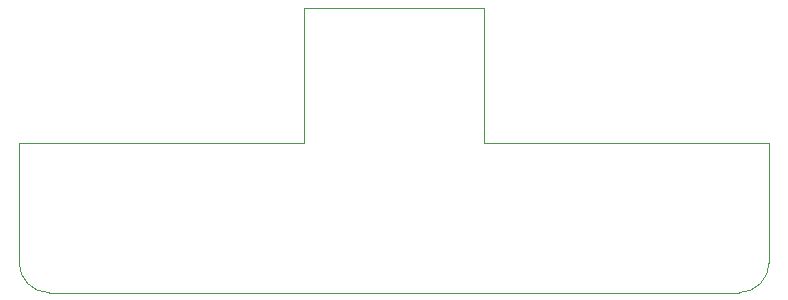
<source format=gbr>
%TF.GenerationSoftware,KiCad,Pcbnew,5.1.7-a382d34a8~88~ubuntu18.04.1*%
%TF.CreationDate,2021-08-02T14:23:20-07:00*%
%TF.ProjectId,mtr_adapt,6d74725f-6164-4617-9074-2e6b69636164,rev?*%
%TF.SameCoordinates,Original*%
%TF.FileFunction,Profile,NP*%
%FSLAX46Y46*%
G04 Gerber Fmt 4.6, Leading zero omitted, Abs format (unit mm)*
G04 Created by KiCad (PCBNEW 5.1.7-a382d34a8~88~ubuntu18.04.1) date 2021-08-02 14:23:20*
%MOMM*%
%LPD*%
G01*
G04 APERTURE LIST*
%TA.AperFunction,Profile*%
%ADD10C,0.050000*%
%TD*%
G04 APERTURE END LIST*
D10*
X171450000Y-118110000D02*
G75*
G02*
X168910000Y-120650000I-2540000J0D01*
G01*
X110490000Y-120650000D02*
G75*
G02*
X107950000Y-118110000I0J2540000D01*
G01*
X107950000Y-107950000D02*
X107950000Y-118110000D01*
X132080000Y-107950000D02*
X107950000Y-107950000D01*
X132080000Y-96520000D02*
X132080000Y-107950000D01*
X147320000Y-96520000D02*
X132080000Y-96520000D01*
X147320000Y-107950000D02*
X147320000Y-96520000D01*
X171450000Y-107950000D02*
X147320000Y-107950000D01*
X171450000Y-118110000D02*
X171450000Y-107950000D01*
X110490000Y-120650000D02*
X168910000Y-120650000D01*
M02*

</source>
